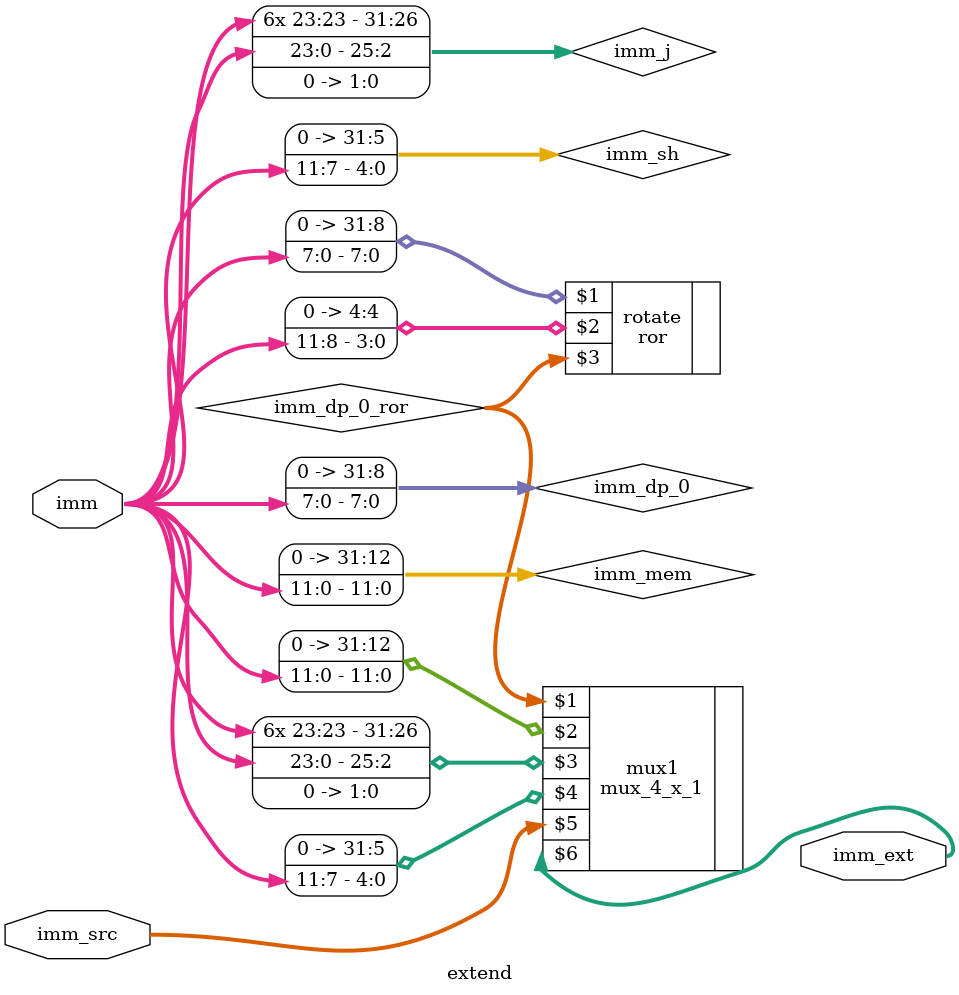
<source format=sv>
module extend(input logic [23:0] imm, input logic [1:0] imm_src,
				  output logic [31:0] imm_ext);
				  
  logic [31:0] imm_dp, imm_j, imm_mem, imm_dp_0, imm_dp_0_ror, imm_sh;

  assign imm_dp_0[31:8] = 24'b0;
  assign imm_dp_0[7:0] = imm[7:0];  
  assign imm_j = {{6{imm[23]}}, imm[23:0], 2'b00};
  assign imm_mem[31:12] = 20'b0;
  assign imm_mem[11:0] = imm[11:0];
  assign imm_sh[31:5] = 27'b0;
  assign imm_sh[4:0] = imm[11:7];
  
  ror #(32) rotate(imm_dp_0, {1'b0, imm[11:8]}, imm_dp_0_ror); 
  
  mux_4_x_1 #(32) mux1(imm_dp_0_ror, imm_mem, imm_j, imm_sh, imm_src, imm_ext);
				 
endmodule 
</source>
